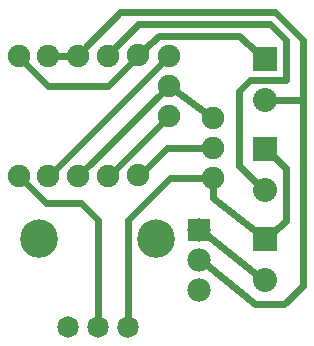
<source format=gtl>
G04 MADE WITH FRITZING*
G04 WWW.FRITZING.ORG*
G04 DOUBLE SIDED*
G04 HOLES PLATED*
G04 CONTOUR ON CENTER OF CONTOUR VECTOR*
%ASAXBY*%
%FSLAX23Y23*%
%MOIN*%
%OFA0B0*%
%SFA1.0B1.0*%
%ADD10C,0.075000*%
%ADD11C,0.080000*%
%ADD12C,0.071889*%
%ADD13C,0.071917*%
%ADD14C,0.124033*%
%ADD15C,0.078000*%
%ADD16C,0.125984*%
%ADD17R,0.080000X0.080000*%
%ADD18R,0.078000X0.078000*%
%ADD19C,0.024000*%
%LNCOPPER1*%
G90*
G70*
G54D10*
X212Y988D03*
X212Y588D03*
X312Y988D03*
X312Y588D03*
X113Y588D03*
X113Y988D03*
X412Y988D03*
X412Y588D03*
X512Y989D03*
X512Y589D03*
G54D11*
X933Y377D03*
X933Y239D03*
G54D10*
X761Y781D03*
X761Y681D03*
X761Y581D03*
X614Y786D03*
X614Y886D03*
X614Y986D03*
G54D12*
X276Y84D03*
X376Y84D03*
G54D13*
X476Y84D03*
G54D14*
X181Y380D03*
X570Y380D03*
G54D15*
X715Y408D03*
X715Y308D03*
X715Y208D03*
G54D11*
X933Y677D03*
X933Y539D03*
X933Y977D03*
X933Y839D03*
G54D16*
X181Y378D03*
X570Y378D03*
G54D17*
X933Y377D03*
G54D18*
X715Y408D03*
G54D17*
X933Y677D03*
X933Y977D03*
G54D19*
X593Y966D02*
X233Y608D01*
D02*
X593Y866D02*
X333Y609D01*
D02*
X637Y870D02*
X737Y798D01*
D02*
X322Y497D02*
X204Y497D01*
D02*
X204Y497D02*
X133Y568D01*
D02*
X376Y440D02*
X322Y497D01*
D02*
X376Y118D02*
X376Y440D01*
D02*
X211Y887D02*
X132Y967D01*
D02*
X412Y887D02*
X211Y887D01*
D02*
X492Y968D02*
X412Y887D01*
D02*
X579Y1054D02*
X847Y1054D01*
D02*
X847Y1054D02*
X909Y998D01*
D02*
X532Y1009D02*
X579Y1054D01*
D02*
X1005Y1040D02*
X951Y1093D01*
D02*
X884Y908D02*
X1005Y908D01*
D02*
X511Y1093D02*
X432Y1009D01*
D02*
X951Y1093D02*
X511Y1093D01*
D02*
X1005Y908D02*
X1005Y1040D01*
D02*
X848Y870D02*
X884Y908D01*
D02*
X848Y621D02*
X848Y870D01*
D02*
X910Y561D02*
X848Y621D01*
D02*
X593Y766D02*
X433Y608D01*
D02*
X608Y681D02*
X533Y608D01*
D02*
X732Y681D02*
X608Y681D01*
D02*
X761Y513D02*
X909Y396D01*
D02*
X761Y553D02*
X761Y513D01*
D02*
X1005Y438D02*
X1005Y614D01*
D02*
X1005Y614D02*
X956Y657D01*
D02*
X957Y397D02*
X1005Y438D01*
D02*
X739Y389D02*
X908Y258D01*
D02*
X284Y988D02*
X241Y988D01*
D02*
X1060Y839D02*
X964Y839D01*
D02*
X1060Y1040D02*
X1060Y839D01*
D02*
X967Y1134D02*
X1060Y1040D01*
D02*
X449Y1134D02*
X967Y1134D01*
D02*
X332Y1009D02*
X449Y1134D01*
D02*
X618Y581D02*
X732Y581D01*
D02*
X476Y440D02*
X618Y581D01*
D02*
X476Y118D02*
X476Y440D01*
D02*
X900Y160D02*
X739Y289D01*
D02*
X998Y160D02*
X900Y160D01*
D02*
X1060Y222D02*
X998Y160D01*
D02*
X1060Y839D02*
X1060Y222D01*
D02*
X964Y839D02*
X1060Y839D01*
G04 End of Copper1*
M02*
</source>
